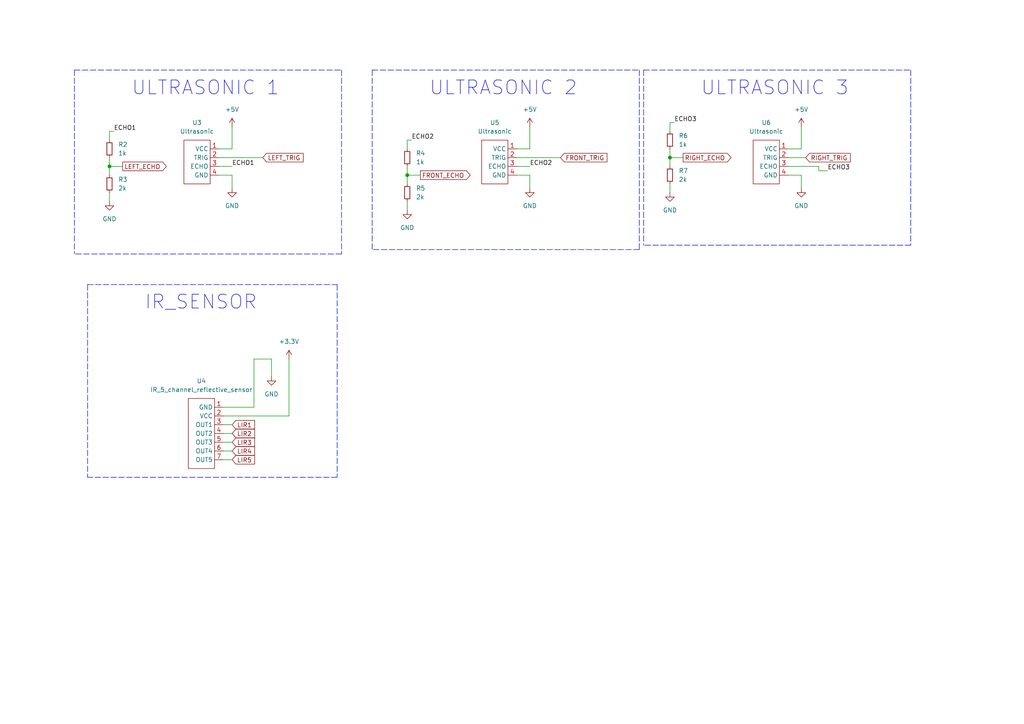
<source format=kicad_sch>
(kicad_sch (version 20211123) (generator eeschema)
  (paper "A4")
  (title_block (title "DOJO_ROBOT") (rev "1") (company "0804") (comment 1 "Drawn by MK"))
  (lib_symbols
    (symbol "Device:R_Small" (pin_numbers hide) (pin_names (offset 0.254) hide)
      (property "Reference" "R" (at 0.762 0.508 0))
      (property "Value" "R_Small" (at 0.762 -1.016 0))
      (symbol "R_Small_0_1"
        (rectangle (start -0.762 1.778) (end 0.762 -1.778) (stroke (width 0.2032)))
      )
      (symbol "R_Small_1_1"
        (pin passive line (at 0 2.54 270) (length 0.762) (name "~") (number "1"))
        (pin passive line (at 0 -2.54 90) (length 0.762) (name "~") (number "2"))
      )
    )
    (symbol "Userlibrary:IR_5_channel_reflective_sensor"
      (property "Reference" "U" (at 0 0 0))
      (property "Value" "IR_5_channel_reflective_sensor" (at 0 0 0))
      (symbol "IR_5_channel_reflective_sensor_0_1"
        (rectangle (start 0 20.32) (end 7.62 0))
      )
      (symbol "IR_5_channel_reflective_sensor_1_1"
        (pin power_in line (at 10.16 17.78 180) (length 2.54) (name "GND") (number "1"))
        (pin power_in line (at 10.16 15.24 180) (length 2.54) (name "VCC") (number "2"))
        (pin output line (at 10.16 12.7 180) (length 2.54) (name "OUT1") (number "3"))
        (pin output line (at 10.16 10.16 180) (length 2.54) (name "OUT2") (number "4"))
        (pin output line (at 10.16 7.62 180) (length 2.54) (name "OUT3") (number "5"))
        (pin output line (at 10.16 5.08 180) (length 2.54) (name "OUT4") (number "6"))
        (pin output line (at 10.16 2.54 180) (length 2.54) (name "OUT5") (number "7"))
      )
    )
    (symbol "Userlibrary:Ultrasonic"
      (property "Reference" "U" (at 0 0 0))
      (property "Value" "Ultrasonic" (at 0 0 0))
      (symbol "Ultrasonic_0_1"
        (rectangle (start 0 12.7) (end 7.62 0))
      )
      (symbol "Ultrasonic_1_1"
        (pin power_in line (at 10.16 10.16 180) (length 2.54) (name "VCC") (number "1"))
        (pin output line (at 10.16 7.62 180) (length 2.54) (name "TRIG") (number "2"))
        (pin input line (at 10.16 5.08 180) (length 2.54) (name "ECHO") (number "3"))
        (pin power_in line (at 10.16 2.54 180) (length 2.54) (name "GND") (number "4"))
      )
    )
    (symbol "power:+3.3V" (power) (pin_names (offset 0))
      (property "Value" "+3.3V" (at 0 3.556 0))
      (symbol "+3.3V_0_1"
        (polyline (pts (xy -0.762 1.27) (xy 0 2.54)))
        (polyline (pts (xy 0 0) (xy 0 2.54)))
        (polyline (pts (xy 0 2.54) (xy 0.762 1.27)))
      )
      (symbol "+3.3V_1_1"
        (pin power_in line (at 0 0 90) (length 0) hide (name "+3.3V") (number "1"))
      )
    )
    (symbol "power:+5V" (power) (pin_names (offset 0))
      (property "Value" "+5V" (at 0 3.556 0))
      (symbol "+5V_0_1"
        (polyline (pts (xy -0.762 1.27) (xy 0 2.54)))
        (polyline (pts (xy 0 0) (xy 0 2.54)))
        (polyline (pts (xy 0 2.54) (xy 0.762 1.27)))
      )
      (symbol "+5V_1_1"
        (pin power_in line (at 0 0 90) (length 0) hide (name "+5V") (number "1"))
      )
    )
    (symbol "power:GND" (power) (pin_names (offset 0))
      (property "Value" "GND" (at 0 -3.81 0))
      (symbol "GND_0_1"
        (polyline (pts (xy 0 0) (xy 0 -1.27) (xy 1.27 -1.27) (xy 0 -2.54) (xy -1.27 -1.27) (xy 0 -1.27)))
      )
      (symbol "GND_1_1"
        (pin power_in line (at 0 0 270) (length 0) hide (name "GND") (number "1"))
      )
    )
  )
  (junction (at 194.31 45.72))
  (junction (at 31.75 48.26))
  (junction (at 118.11 50.8))
  (wire (pts (xy 64.77 128.27) (xy 67.31 128.27)))
  (wire (pts (xy 149.86 48.26) (xy 153.67 48.26)))
  (polyline (pts (xy 99.06 20.32) (xy 99.06 73.66)))
  (wire (pts (xy 73.66 104.14) (xy 78.74 104.14)))
  (polyline (pts (xy 186.69 20.32) (xy 264.16 20.32)))
  (wire (pts (xy 73.66 118.11) (xy 73.66 104.14)))
  (wire (pts (xy 63.5 43.18) (xy 67.31 43.18)))
  (polyline (pts (xy 107.95 20.32) (xy 185.42 20.32)))
  (polyline (pts (xy 186.69 20.32) (xy 186.69 71.12)))
  (polyline (pts (xy 25.4 82.55) (xy 97.79 82.55)))
  (wire (pts (xy 64.77 130.81) (xy 67.31 130.81)))
  (wire (pts (xy 31.75 48.26) (xy 31.75 50.8)))
  (wire (pts (xy 194.31 53.34) (xy 194.31 55.88)))
  (wire (pts (xy 118.11 50.8) (xy 118.11 53.34)))
  (wire (pts (xy 228.6 43.18) (xy 232.41 43.18)))
  (wire (pts (xy 118.11 58.42) (xy 118.11 60.96)))
  (wire (pts (xy 64.77 118.11) (xy 73.66 118.11)))
  (wire (pts (xy 153.67 50.8) (xy 153.67 54.61)))
  (wire (pts (xy 63.5 48.26) (xy 67.31 48.26)))
  (wire (pts (xy 78.74 104.14) (xy 78.74 109.22)))
  (wire (pts (xy 63.5 45.72) (xy 76.2 45.72)))
  (polyline (pts (xy 97.79 138.43) (xy 25.4 138.43)))
  (wire (pts (xy 153.67 43.18) (xy 153.67 36.83)))
  (wire (pts (xy 228.6 50.8) (xy 232.41 50.8)))
  (wire (pts (xy 31.75 45.72) (xy 31.75 48.26)))
  (polyline (pts (xy 264.16 71.12) (xy 186.69 71.12)))
  (wire (pts (xy 232.41 43.18) (xy 232.41 36.83)))
  (wire (pts (xy 232.41 50.8) (xy 232.41 54.61)))
  (wire (pts (xy 228.6 45.72) (xy 233.68 45.72)))
  (polyline (pts (xy 99.06 73.66) (xy 21.59 73.66)))
  (wire (pts (xy 118.11 50.8) (xy 121.92 50.8)))
  (polyline (pts (xy 185.42 72.39) (xy 107.95 72.39)))
  (wire (pts (xy 67.31 50.8) (xy 67.31 54.61)))
  (wire (pts (xy 33.02 38.1) (xy 31.75 38.1)))
  (polyline (pts (xy 264.16 20.32) (xy 264.16 71.12)))
  (wire (pts (xy 194.31 45.72) (xy 198.12 45.72)))
  (wire (pts (xy 83.82 120.65) (xy 83.82 104.14)))
  (wire (pts (xy 195.58 35.56) (xy 194.31 35.56)))
  (wire (pts (xy 194.31 43.18) (xy 194.31 45.72)))
  (wire (pts (xy 194.31 35.56) (xy 194.31 38.1)))
  (wire (pts (xy 118.11 48.26) (xy 118.11 50.8)))
  (polyline (pts (xy 107.95 20.32) (xy 107.95 72.39)))
  (wire (pts (xy 237.49 48.26) (xy 237.49 49.53)))
  (wire (pts (xy 31.75 38.1) (xy 31.75 40.64)))
  (wire (pts (xy 63.5 50.8) (xy 67.31 50.8)))
  (polyline (pts (xy 185.42 20.32) (xy 185.42 72.39)))
  (wire (pts (xy 64.77 125.73) (xy 67.31 125.73)))
  (wire (pts (xy 228.6 48.26) (xy 237.49 48.26)))
  (polyline (pts (xy 21.59 20.32) (xy 99.06 20.32)))
  (wire (pts (xy 119.38 40.64) (xy 118.11 40.64)))
  (polyline (pts (xy 97.79 82.55) (xy 97.79 138.43)))
  (wire (pts (xy 149.86 43.18) (xy 153.67 43.18)))
  (wire (pts (xy 118.11 40.64) (xy 118.11 43.18)))
  (wire (pts (xy 67.31 43.18) (xy 67.31 36.83)))
  (wire (pts (xy 64.77 133.35) (xy 67.31 133.35)))
  (wire (pts (xy 194.31 45.72) (xy 194.31 48.26)))
  (wire (pts (xy 237.49 49.53) (xy 240.03 49.53)))
  (wire (pts (xy 64.77 123.19) (xy 67.31 123.19)))
  (polyline (pts (xy 21.59 20.32) (xy 21.59 73.66)))
  (wire (pts (xy 31.75 55.88) (xy 31.75 58.42)))
  (wire (pts (xy 149.86 50.8) (xy 153.67 50.8)))
  (wire (pts (xy 31.75 48.26) (xy 35.56 48.26)))
  (polyline (pts (xy 25.4 82.55) (xy 25.4 138.43)))
  (wire (pts (xy 149.86 45.72) (xy 162.56 45.72)))
  (wire (pts (xy 64.77 120.65) (xy 83.82 120.65)))
  (text "ULTRASONIC 2\n" (at 124.46 27.94 0) (effects (font (size 4 4)) (justify left bottom)))
  (text "ULTRASONIC 3\n" (at 203.2 27.94 0) (effects (font (size 4 4)) (justify left bottom)))
  (text "ULTRASONIC 1\n" (at 38.1 27.94 0) (effects (font (size 4 4)) (justify left bottom)))
  (text "IR_SENSOR\n\n" (at 41.91 96.52 0) (effects (font (size 4 4)) (justify left bottom)))
  (label "ECHO3" (at 195.58 35.56 0))
  (label "ECHO3" (at 240.03 49.53 0))
  (label "ECHO2" (at 153.67 48.26 0))
  (label "ECHO1" (at 67.31 48.26 0))
  (label "ECHO2" (at 119.38 40.64 0))
  (label "ECHO1" (at 33.02 38.1 0))
  (global_label "LIR2" (shape input) (at 67.31 125.73 0) (property "Intersheet References" "${INTERSHEET_REFS}" (effects hide)))
  (global_label "LIR1" (shape input) (at 67.31 123.19 0) (property "Intersheet References" "${INTERSHEET_REFS}" (effects hide)))
  (global_label "LIR3" (shape input) (at 67.31 128.27 0) (property "Intersheet References" "${INTERSHEET_REFS}" (effects hide)))
  (global_label "LEFT_ECHO" (shape output) (at 35.56 48.26 0) (property "Intersheet References" "${INTERSHEET_REFS}" (effects hide)))
  (global_label "LIR4" (shape input) (at 67.31 130.81 0) (property "Intersheet References" "${INTERSHEET_REFS}" (effects hide)))
  (global_label "RIGHT_ECHO" (shape output) (at 198.12 45.72 0) (property "Intersheet References" "${INTERSHEET_REFS}" (effects hide)))
  (global_label "LEFT_TRIG" (shape input) (at 76.2 45.72 0) (property "Intersheet References" "${INTERSHEET_REFS}" (effects hide)))
  (global_label "FRONT_TRIG" (shape input) (at 162.56 45.72 0) (property "Intersheet References" "${INTERSHEET_REFS}" (effects hide)))
  (global_label "LIR5" (shape input) (at 67.31 133.35 0) (property "Intersheet References" "${INTERSHEET_REFS}" (effects hide)))
  (global_label "RIGHT_TRIG" (shape input) (at 233.68 45.72 0) (property "Intersheet References" "${INTERSHEET_REFS}" (effects hide)))
  (global_label "FRONT_ECHO" (shape output) (at 121.92 50.8 0) (property "Intersheet References" "${INTERSHEET_REFS}" (effects hide)))
  (symbol (lib_id "Device:R_Small") (at 194.31 50.8 0) (unit 1)
    (property "Reference" "R7" (at 196.85 49.5299 0) (effects (justify left)))
    (property "Value" "2k" (at 196.85 52.0699 0) (effects (justify left)))
    (property "Footprint" "UserLibrary:R_Axial_DIN0207_L6.3mm_D2.5mm_P15.24mm_Horizontal" (effects hide))
  )
  (symbol (lib_id "Device:R_Small") (at 118.11 55.88 0) (unit 1)
    (property "Reference" "R5" (at 120.65 54.6099 0) (effects (justify left)))
    (property "Value" "2k" (at 120.65 57.1499 0) (effects (justify left)))
    (property "Footprint" "UserLibrary:R_Axial_DIN0207_L6.3mm_D2.5mm_P10.16mm_Horizontal" (effects hide))
  )
  (symbol (lib_id "Userlibrary:Ultrasonic") (at 218.44 53.34 0) (unit 1)
    (property "Reference" "U6" (at 222.25 35.56 0))
    (property "Value" "Ultrasonic" (at 222.25 38.1 0))
    (property "Footprint" "UserLibrary:PinHeader_1x04_P2.54mm_Vertical" (effects hide))
  )
  (symbol (lib_id "power:GND") (at 31.75 58.42 0) (unit 1)
    (property "Reference" "#PWR0119" (effects hide))
    (property "Value" "GND" (at 31.75 63.5 0))
  )
  (symbol (lib_id "Userlibrary:IR_5_channel_reflective_sensor") (at 54.61 135.89 0) (unit 1)
    (property "Reference" "U4" (at 58.42 110.49 0))
    (property "Value" "IR_5_channel_reflective_sensor" (at 58.42 113.03 0))
    (property "Footprint" "UserLibrary:PinHeader_1x07_P2.54mm_Vertical" (effects hide))
  )
  (symbol (lib_id "power:GND") (at 78.74 109.22 0) (unit 1)
    (property "Reference" "#PWR0128" (effects hide))
    (property "Value" "GND" (at 78.74 114.3 0))
  )
  (symbol (lib_id "power:GND") (at 153.67 54.61 0) (unit 1)
    (property "Reference" "#PWR0125" (effects hide))
    (property "Value" "GND" (at 153.67 59.69 0))
  )
  (symbol (lib_id "Device:R_Small") (at 194.31 40.64 0) (unit 1)
    (property "Reference" "R6" (at 196.85 39.3699 0) (effects (justify left)))
    (property "Value" "1k" (at 196.85 41.9099 0) (effects (justify left)))
    (property "Footprint" "UserLibrary:R_Axial_DIN0207_L6.3mm_D2.5mm_P15.24mm_Horizontal" (effects hide))
  )
  (symbol (lib_id "power:+5V") (at 232.41 36.83 0) (unit 1)
    (property "Reference" "#PWR0121" (effects hide))
    (property "Value" "+5V" (at 232.41 31.75 0))
  )
  (symbol (lib_id "power:+5V") (at 153.67 36.83 0) (unit 1)
    (property "Reference" "#PWR0124" (effects hide))
    (property "Value" "+5V" (at 153.67 31.75 0))
  )
  (symbol (lib_id "Userlibrary:Ultrasonic") (at 139.7 53.34 0) (unit 1)
    (property "Reference" "U5" (at 143.51 35.56 0))
    (property "Value" "Ultrasonic" (at 143.51 38.1 0))
    (property "Footprint" "UserLibrary:PinHeader_1x04_P2.54mm_Vertical" (effects hide))
  )
  (symbol (lib_id "power:GND") (at 232.41 54.61 0) (unit 1)
    (property "Reference" "#PWR0122" (effects hide))
    (property "Value" "GND" (at 232.41 59.69 0))
  )
  (symbol (lib_id "Userlibrary:Ultrasonic") (at 53.34 53.34 0) (unit 1)
    (property "Reference" "U3" (at 57.15 35.56 0))
    (property "Value" "Ultrasonic" (at 57.15 38.1 0))
    (property "Footprint" "UserLibrary:PinHeader_1x04_P2.54mm_Vertical" (effects hide))
  )
  (symbol (lib_id "power:+5V") (at 67.31 36.83 0) (unit 1)
    (property "Reference" "#PWR0118" (effects hide))
    (property "Value" "+5V" (at 67.31 31.75 0))
  )
  (symbol (lib_id "Device:R_Small") (at 31.75 43.18 0) (unit 1)
    (property "Reference" "R2" (at 34.29 41.9099 0) (effects (justify left)))
    (property "Value" "1k" (at 34.29 44.4499 0) (effects (justify left)))
    (property "Footprint" "UserLibrary:R_Axial_DIN0207_L6.3mm_D2.5mm_P10.16mm_Horizontal" (effects hide))
  )
  (symbol (lib_id "Device:R_Small") (at 118.11 45.72 0) (unit 1)
    (property "Reference" "R4" (at 120.65 44.4499 0) (effects (justify left)))
    (property "Value" "1k" (at 120.65 46.9899 0) (effects (justify left)))
    (property "Footprint" "UserLibrary:R_Axial_DIN0207_L6.3mm_D2.5mm_P10.16mm_Horizontal" (effects hide))
  )
  (symbol (lib_id "power:+3.3V") (at 83.82 104.14 0) (unit 1)
    (property "Reference" "#PWR0127" (effects hide))
    (property "Value" "+3.3V" (at 83.82 99.06 0))
  )
  (symbol (lib_id "Device:R_Small") (at 31.75 53.34 0) (unit 1)
    (property "Reference" "R3" (at 34.29 52.0699 0) (effects (justify left)))
    (property "Value" "2k" (at 34.29 54.6099 0) (effects (justify left)))
    (property "Footprint" "UserLibrary:R_Axial_DIN0207_L6.3mm_D2.5mm_P10.16mm_Horizontal" (effects hide))
  )
  (symbol (lib_id "power:GND") (at 194.31 55.88 0) (unit 1)
    (property "Reference" "#PWR0123" (effects hide))
    (property "Value" "GND" (at 194.31 60.96 0))
  )
  (symbol (lib_id "power:GND") (at 67.31 54.61 0) (unit 1)
    (property "Reference" "#PWR0120" (effects hide))
    (property "Value" "GND" (at 67.31 59.69 0))
  )
  (symbol (lib_id "power:GND") (at 118.11 60.96 0) (unit 1)
    (property "Reference" "#PWR0126" (effects hide))
    (property "Value" "GND" (at 118.11 66.04 0))
  )
)
</source>
